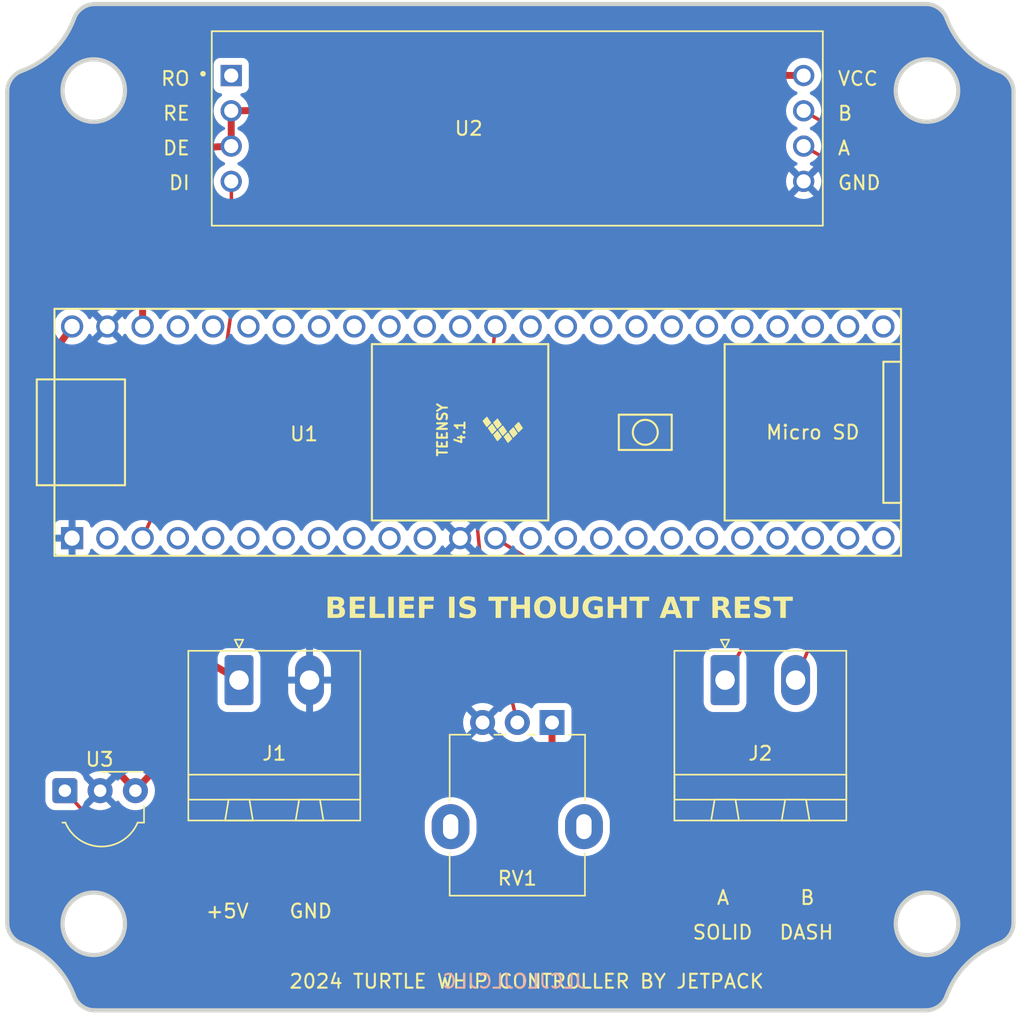
<source format=kicad_pcb>
(kicad_pcb (version 20221018) (generator pcbnew)
  (layers (0 "F.Cu" signal) (31 "B.Cu" signal) (34 "B.Paste" user) (35 "F.Paste" user) (36 "B.SilkS" user "B.Silkscreen") (37 "F.SilkS" user "F.Silkscreen") (38 "B.Mask" user) (39 "F.Mask" user) (44 "Edge.Cuts" user))
  (net 0 "")
  (net 1 "+5V")
  (net 2 "GND")
  (net 24 "/IR")
  (net 33 "/DI")
  (net 36 "/BRIGHT")
  (net 46 "+3.3V")
  (net 48 "/B")
  (net 49 "/A")
  (footprint "Joels KiCad Footprint Library:Max485-Module" (layer "F.Cu") (at 109.5 51)
    (fp_text reference "U2" (at -3.5 0) (layer "F.SilkS"))
    (fp_text value "MAX485E")
    (fp_line (start -22 -7) (end 22 -7) (stroke (width 0.127)) (layer "F.SilkS"))
    (fp_line (start -22 7) (end -22 -7) (stroke (width 0.127)) (layer "F.SilkS"))
    (fp_line (start 22 -7) (end 22 7) (stroke (width 0.127)) (layer "F.SilkS"))
    (fp_line (start 22 7) (end -22 7) (stroke (width 0.127)) (layer "F.SilkS"))
    (fp_circle (center -22.632 -3.94) (end -22.532 -3.94) (stroke (width 0.2)) (fill none) (layer "F.SilkS"))
    (pad "1" thru_hole rect (at -20.6 -3.81) (size 1.53 1.53) (drill 1.02) (layers "*.Cu" "*.Mask"))
    (pad "2" thru_hole circle (at -20.6 -1.27) (size 1.53 1.53) (drill 1.02) (layers "*.Cu" "*.Mask") (net 46 "+3.3V"))
    (pad "3" thru_hole circle (at -20.6 1.27) (size 1.53 1.53) (drill 1.02) (layers "*.Cu" "*.Mask") (net 46 "+3.3V"))
    (pad "4" thru_hole circle (at -20.6 3.81) (size 1.53 1.53) (drill 1.02) (layers "*.Cu" "*.Mask") (net 33 "/DI"))
    (pad "5" thru_hole circle (at 20.62 3.81) (size 1.53 1.53) (drill 1.02) (layers "*.Cu" "*.Mask") (net 2 "GND"))
    (pad "6" thru_hole circle (at 20.62 1.27) (size 1.53 1.53) (drill 1.02) (layers "*.Cu" "*.Mask") (net 49 "/A"))
    (pad "7" thru_hole circle (at 20.62 -1.27) (size 1.53 1.53) (drill 1.02) (layers "*.Cu" "*.Mask") (net 48 "/B"))
    (pad "8" thru_hole circle (at 20.62 -3.81) (size 1.53 1.53) (drill 1.02) (layers "*.Cu" "*.Mask") (net 46 "+3.3V"))
  )
  (footprint "Potentiometer_THT:Potentiometer_Alpha_RD901F-40-00D_Single_Vertical" (layer "F.Cu") (at 112 93.775 -90)
    (fp_text reference "RV1" (at 11.225 2.5 -180) (layer "F.SilkS"))
    (fp_text value "R_Potentiometer_US")
    (fp_line (start 0.88 -2.38) (end 5.6 -2.38) (stroke (width 0.12)) (layer "F.SilkS"))
    (fp_line (start 0.88 -1.19) (end 0.88 -2.37) (stroke (width 0.12)) (layer "F.SilkS"))
    (fp_line (start 0.88 1.71) (end 0.88 1.18) (stroke (width 0.12)) (layer "F.SilkS"))
    (fp_line (start 0.88 4.16) (end 0.88 3.33) (stroke (width 0.12)) (layer "F.SilkS"))
    (fp_line (start 0.88 7.37) (end 0.88 5.88) (stroke (width 0.12)) (layer "F.SilkS"))
    (fp_line (start 0.88 7.37) (end 5.6 7.37) (stroke (width 0.12)) (layer "F.SilkS"))
    (fp_line (start 9.41 -2.37) (end 12.47 -2.37) (stroke (width 0.12)) (layer "F.SilkS"))
    (fp_line (start 9.41 7.37) (end 12.47 7.37) (stroke (width 0.12)) (layer "F.SilkS"))
    (fp_line (start 12.47 7.37) (end 12.47 -2.37) (stroke (width 0.12)) (layer "F.SilkS"))
    (pad "" thru_hole oval (at 7.5 -2.3) (size 2.72 3.24) (drill oval 1.1 1.8) (layers "*.Cu" "*.Mask"))
    (pad "" thru_hole oval (at 7.5 7.3) (size 2.72 3.24) (drill oval 1.1 1.8) (layers "*.Cu" "*.Mask"))
    (pad "1" thru_hole rect (at 0 0) (size 1.8 1.8) (drill 1) (layers "*.Cu" "*.Mask") (net 46 "+3.3V"))
    (pad "2" thru_hole circle (at 0 2.5) (size 1.8 1.8) (drill 1) (layers "*.Cu" "*.Mask") (net 36 "/BRIGHT"))
    (pad "3" thru_hole circle (at 0 5) (size 1.8 1.8) (drill 1) (layers "*.Cu" "*.Mask") (net 2 "GND"))
  )
  (footprint "OptoDevice:Vishay_MOLD-3Pin" (layer "F.Cu") (at 76.92 98.685)
    (fp_text reference "U3" (at 2.5 -2.25 180) (layer "F.SilkS"))
    (fp_text value "TSOP341xx")
    (fp_line (start 0.04 2.3) (end -0.18 2.3) (stroke (width 0.12)) (layer "F.SilkS"))
    (fp_line (start 5.62 -1.36) (end 2.54 -1.36) (stroke (width 0.12)) (layer "F.SilkS"))
    (fp_line (start 5.7 2.3) (end 5.24 2.3) (stroke (width 0.12)) (layer "F.SilkS"))
    (fp_line (start 5.7 2.3) (end 5.7 1.1) (stroke (width 0.12)) (layer "F.SilkS"))
    (fp_arc (start 5.24 2.3) (mid 2.64 4.023119) (end 0.04 2.3) (stroke (width 0.12)) (layer "F.SilkS"))
    (pad "1" thru_hole roundrect (at 0 0) (size 1.8 1.8) (drill 0.9) (layers "*.Cu" "*.Mask") (roundrect_rratio 0.138) (net 24 "/IR"))
    (pad "2" thru_hole circle (at 2.54 0) (size 1.8 1.8) (drill 0.9) (layers "*.Cu" "*.Mask") (net 2 "GND"))
    (pad "3" thru_hole circle (at 5.08 0) (size 1.8 1.8) (drill 0.9) (layers "*.Cu" "*.Mask") (net 46 "+3.3V"))
  )
  (footprint "Connector_Phoenix_MSTB:PhoenixContact_MSTBA_2,5_2-G-5,08_1x02_P5.08mm_Horizontal" (layer "F.Cu") (at 89.46 90.7225)
    (fp_text reference "J1" (at 2.54 5.2775) (layer "F.SilkS"))
    (fp_text value "PWR")
    (fp_line (start -3.65 -2.11) (end -3.65 10.11) (stroke (width 0.12)) (layer "F.SilkS"))
    (fp_line (start -3.65 6.81) (end 8.73 6.81) (stroke (width 0.12)) (layer "F.SilkS"))
    (fp_line (start -3.65 8.61) (end -3.65 6.81) (stroke (width 0.12)) (layer "F.SilkS"))
    (fp_line (start -3.65 10.11) (end 8.73 10.11) (stroke (width 0.12)) (layer "F.SilkS"))
    (fp_line (start -1 10.11) (end 1 10.11) (stroke (width 0.12)) (layer "F.SilkS"))
    (fp_line (start -0.75 8.61) (end -1 10.11) (stroke (width 0.12)) (layer "F.SilkS"))
    (fp_line (start -0.3 -2.91) (end 0.3 -2.91) (stroke (width 0.12)) (layer "F.SilkS"))
    (fp_line (start 0 -2.31) (end -0.3 -2.91) (stroke (width 0.12)) (layer "F.SilkS"))
    (fp_line (start 0.3 -2.91) (end 0 -2.31) (stroke (width 0.12)) (layer "F.SilkS"))
    (fp_line (start 0.75 8.61) (end -0.75 8.61) (stroke (width 0.12)) (layer "F.SilkS"))
    (fp_line (start 1 10.11) (end 0.75 8.61) (stroke (width 0.12)) (layer "F.SilkS"))
    (fp_line (start 4.08 10.11) (end 6.08 10.11) (stroke (width 0.12)) (layer "F.SilkS"))
    (fp_line (start 4.33 8.61) (end 4.08 10.11) (stroke (width 0.12)) (layer "F.SilkS"))
    (fp_line (start 5.83 8.61) (end 4.33 8.61) (stroke (width 0.12)) (layer "F.SilkS"))
    (fp_line (start 6.08 10.11) (end 5.83 8.61) (stroke (width 0.12)) (layer "F.SilkS"))
    (fp_line (start 8.73 -2.11) (end -3.65 -2.11) (stroke (width 0.12)) (layer "F.SilkS"))
    (fp_line (start 8.73 6.81) (end 8.73 8.61) (stroke (width 0.12)) (layer "F.SilkS"))
    (fp_line (start 8.73 8.61) (end -3.65 8.61) (stroke (width 0.12)) (layer "F.SilkS"))
    (fp_line (start 8.73 10.11) (end 8.73 -2.11) (stroke (width 0.12)) (layer "F.SilkS"))
    (pad "1" thru_hole roundrect (at 0 0) (size 2.08 3.6) (drill 1.4) (layers "*.Cu" "*.Mask") (roundrect_rratio 0.1201918269) (net 1 "+5V"))
    (pad "2" thru_hole oval (at 5.08 0) (size 2.08 3.6) (drill 1.4) (layers "*.Cu" "*.Mask") (net 2 "GND"))
  )
  (footprint "Joels KiCad Footprint Library:Teensy41_Minimal" (layer "F.Cu") (at 106.65 72.88)
    (fp_text reference "U1" (at -12.51 0.12) (layer "F.SilkS"))
    (fp_text value "Teensy4.1_Minimal")
    (fp_text user "TEENSY" (at -2.54 -0.18 270) (layer "F.SilkS") (effects (font (size 0.7 0.7))))
    (fp_text user "Micro SD" (at 24.13 0) (layer "F.SilkS"))
    (fp_text user "4.1" (at -1.27 0 270) (layer "F.SilkS") (effects (font (size 0.7 0.7))))
    (fp_line (start -31.75 -3.81) (end -30.48 -3.81) (stroke (width 0.15)) (layer "F.SilkS"))
    (fp_line (start -31.75 3.81) (end -31.75 -3.81) (stroke (width 0.15)) (layer "F.SilkS"))
    (fp_line (start -30.48 -8.89) (end 30.48 -8.89) (stroke (width 0.15)) (layer "F.SilkS"))
    (fp_line (start -30.48 3.81) (end -31.75 3.81) (stroke (width 0.15)) (layer "F.SilkS"))
    (fp_line (start -30.48 8.89) (end -30.48 -8.89) (stroke (width 0.15)) (layer "F.SilkS"))
    (fp_line (start -25.4 -3.81) (end -30.48 -3.81) (stroke (width 0.15)) (layer "F.SilkS"))
    (fp_line (start -25.4 3.81) (end -30.48 3.81) (stroke (width 0.15)) (layer "F.SilkS"))
    (fp_line (start -25.4 3.81) (end -25.4 -3.81) (stroke (width 0.15)) (layer "F.SilkS"))
    (fp_line (start -7.62 -6.35) (end -7.62 6.35) (stroke (width 0.15)) (layer "F.SilkS"))
    (fp_line (start -7.62 6.35) (end 5.08 6.35) (stroke (width 0.15)) (layer "F.SilkS"))
    (fp_line (start 5.08 -6.35) (end -7.62 -6.35) (stroke (width 0.15)) (layer "F.SilkS"))
    (fp_line (start 5.08 6.35) (end 5.08 -6.35) (stroke (width 0.15)) (layer "F.SilkS"))
    (fp_line (start 10.16 -1.27) (end 13.97 -1.27) (stroke (width 0.15)) (layer "F.SilkS"))
    (fp_line (start 10.16 1.27) (end 10.16 -1.27) (stroke (width 0.15)) (layer "F.SilkS"))
    (fp_line (start 13.97 -1.27) (end 13.97 1.27) (stroke (width 0.15)) (layer "F.SilkS"))
    (fp_line (start 13.97 1.27) (end 10.16 1.27) (stroke (width 0.15)) (layer "F.SilkS"))
    (fp_line (start 17.78 -6.35) (end 17.78 6.35) (stroke (width 0.15)) (layer "F.SilkS"))
    (fp_line (start 17.78 6.35) (end 30.48 6.35) (stroke (width 0.15)) (layer "F.SilkS"))
    (fp_line (start 29.21 -5.08) (end 29.21 5.08) (stroke (width 0.15)) (layer "F.SilkS"))
    (fp_line (start 29.21 5.08) (end 30.48 5.08) (stroke (width 0.15)) (layer "F.SilkS"))
    (fp_line (start 30.48 -8.89) (end 30.48 8.89) (stroke (width 0.15)) (layer "F.SilkS"))
    (fp_line (start 30.48 -6.35) (end 17.78 -6.35) (stroke (width 0.15)) (layer "F.SilkS"))
    (fp_line (start 30.48 -5.08) (end 29.21 -5.08) (stroke (width 0.15)) (layer "F.SilkS"))
    (fp_line (start 30.48 8.89) (end -30.48 8.89) (stroke (width 0.15)) (layer "F.SilkS"))
    (fp_circle (center 12.065 0) (end 12.7 -0.635) (stroke (width 0.15)) (fill none) (layer "F.SilkS"))
    (fp_poly (pts (xy 0.911 -0.688) (xy 0.657 -0.434) (xy 0.403 -0.815) (xy 0.657 -1.069)) (stroke (width 0.1)) (fill solid) (layer "F.SilkS"))
    (fp_poly (pts (xy 1.292 -0.18) (xy 1.038 0.074) (xy 0.784 -0.307) (xy 1.038 -0.561)) (stroke (width 0.1)) (fill solid) (layer "F.SilkS"))
    (fp_poly (pts (xy 1.673 -0.561) (xy 1.419 -0.307) (xy 1.165 -0.688) (xy 1.419 -0.942)) (stroke (width 0.1)) (fill solid) (layer "F.SilkS"))
    (fp_poly (pts (xy 1.673 0.328) (xy 1.419 0.582) (xy 1.165 0.201) (xy 1.419 -0.053)) (stroke (width 0.1)) (fill solid) (layer "F.SilkS"))
    (fp_poly (pts (xy 2.054 -0.053) (xy 1.8 0.201) (xy 1.546 -0.18) (xy 1.8 -0.434)) (stroke (width 0.1)) (fill solid) (layer "F.SilkS"))
    (fp_poly (pts (xy 2.435 0.455) (xy 2.181 0.709) (xy 1.927 0.328) (xy 2.181 0.074)) (stroke (width 0.1)) (fill solid) (layer "F.SilkS"))
    (fp_poly (pts (xy 2.816 0.074) (xy 2.562 0.328) (xy 2.308 -0.053) (xy 2.562 -0.307)) (stroke (width 0.1)) (fill solid) (layer "F.SilkS"))
    (fp_poly (pts (xy 3.197 -0.307) (xy 2.943 -0.053) (xy 2.689 -0.434) (xy 2.943 -0.688)) (stroke (width 0.1)) (fill solid) (layer "F.SilkS"))
    (pad "1" thru_hole rect (at -29.21 7.62) (size 1.6 1.6) (drill 1.1) (layers "*.Cu" "*.Mask") (net 2 "GND"))
    (pad "2" thru_hole circle (at -26.67 7.62) (size 1.6 1.6) (drill 1.1) (layers "*.Cu" "*.Mask"))
    (pad "3" thru_hole circle (at -24.13 7.62) (size 1.6 1.6) (drill 1.1) (layers "*.Cu" "*.Mask") (net 33 "/DI"))
    (pad "4" thru_hole circle (at -21.59 7.62) (size 1.6 1.6) (drill 1.1) (layers "*.Cu" "*.Mask"))
    (pad "5" thru_hole circle (at -19.05 7.62) (size 1.6 1.6) (drill 1.1) (layers "*.Cu" "*.Mask"))
    (pad "6" thru_hole circle (at -16.51 7.62) (size 1.6 1.6) (drill 1.1) (layers "*.Cu" "*.Mask"))
    (pad "7" thru_hole circle (at -13.97 7.62) (size 1.6 1.6) (drill 1.1) (layers "*.Cu" "*.Mask"))
    (pad "8" thru_hole circle (at -11.43 7.62) (size 1.6 1.6) (drill 1.1) (layers "*.Cu" "*.Mask"))
    (pad "9" thru_hole circle (at -8.89 7.62) (size 1.6 1.6) (drill 1.1) (layers "*.Cu" "*.Mask"))
    (pad "10" thru_hole circle (at -6.35 7.62) (size 1.6 1.6) (drill 1.1) (layers "*.Cu" "*.Mask"))
    (pad "11" thru_hole circle (at -3.81 7.62) (size 1.6 1.6) (drill 1.1) (layers "*.Cu" "*.Mask"))
    (pad "12" thru_hole circle (at -1.27 7.62) (size 1.6 1.6) (drill 1.1) (layers "*.Cu" "*.Mask") (net 2 "GND"))
    (pad "13" thru_hole circle (at 1.27 7.62) (size 1.6 1.6) (drill 1.1) (layers "*.Cu" "*.Mask") (net 24 "/IR"))
    (pad "14" thru_hole circle (at 3.81 7.62) (size 1.6 1.6) (drill 1.1) (layers "*.Cu" "*.Mask"))
    (pad "15" thru_hole circle (at 6.35 7.62) (size 1.6 1.6) (drill 1.1) (layers "*.Cu" "*.Mask"))
    (pad "16" thru_hole circle (at 8.89 7.62) (size 1.6 1.6) (drill 1.1) (layers "*.Cu" "*.Mask"))
    (pad "17" thru_hole circle (at 11.43 7.62) (size 1.6 1.6) (drill 1.1) (layers "*.Cu" "*.Mask"))
    (pad "18" thru_hole circle (at 13.97 7.62) (size 1.6 1.6) (drill 1.1) (layers "*.Cu" "*.Mask"))
    (pad "19" thru_hole circle (at 16.51 7.62) (size 1.6 1.6) (drill 1.1) (layers "*.Cu" "*.Mask"))
    (pad "20" thru_hole circle (at 19.05 7.62) (size 1.6 1.6) (drill 1.1) (layers "*.Cu" "*.Mask"))
    (pad "21" thru_hole circle (at 21.59 7.62) (size 1.6 1.6) (drill 1.1) (layers "*.Cu" "*.Mask"))
    (pad "22" thru_hole circle (at 24.13 7.62) (size 1.6 1.6) (drill 1.1) (layers "*.Cu" "*.Mask"))
    (pad "23" thru_hole circle (at 26.67 7.62) (size 1.6 1.6) (drill 1.1) (layers "*.Cu" "*.Mask"))
    (pad "24" thru_hole circle (at 29.21 7.62) (size 1.6 1.6) (drill 1.1) (layers "*.Cu" "*.Mask"))
    (pad "25" thru_hole circle (at 29.21 -7.62) (size 1.6 1.6) (drill 1.1) (layers "*.Cu" "*.Mask"))
    (pad "26" thru_hole circle (at 26.67 -7.62) (size 1.6 1.6) (drill 1.1) (layers "*.Cu" "*.Mask"))
    (pad "27" thru_hole circle (at 24.13 -7.62) (size 1.6 1.6) (drill 1.1) (layers "*.Cu" "*.Mask"))
    (pad "28" thru_hole circle (at 21.59 -7.62) (size 1.6 1.6) (drill 1.1) (layers "*.Cu" "*.Mask"))
    (pad "29" thru_hole circle (at 19.05 -7.62) (size 1.6 1.6) (drill 1.1) (layers "*.Cu" "*.Mask"))
    (pad "30" thru_hole circle (at 16.51 -7.62) (size 1.6 1.6) (drill 1.1) (layers "*.Cu" "*.Mask"))
    (pad "31" thru_hole circle (at 13.97 -7.62) (size 1.6 1.6) (drill 1.1) (layers "*.Cu" "*.Mask"))
    (pad "32" thru_hole circle (at 11.43 -7.62) (size 1.6 1.6) (drill 1.1) (layers "*.Cu" "*.Mask"))
    (pad "33" thru_hole circle (at 8.89 -7.62) (size 1.6 1.6) (drill 1.1) (layers "*.Cu" "*.Mask"))
    (pad "34" thru_hole circle (at 6.35 -7.62) (size 1.6 1.6) (drill 1.1) (layers "*.Cu" "*.Mask"))
    (pad "35" thru_hole circle (at 3.81 -7.62) (size 1.6 1.6) (drill 1.1) (layers "*.Cu" "*.Mask"))
    (pad "36" thru_hole circle (at 1.27 -7.62) (size 1.6 1.6) (drill 1.1) (layers "*.Cu" "*.Mask") (net 36 "/BRIGHT"))
    (pad "37" thru_hole circle (at -1.27 -7.62) (size 1.6 1.6) (drill 1.1) (layers "*.Cu" "*.Mask"))
    (pad "38" thru_hole circle (at -3.81 -7.62) (size 1.6 1.6) (drill 1.1) (layers "*.Cu" "*.Mask"))
    (pad "39" thru_hole circle (at -6.35 -7.62) (size 1.6 1.6) (drill 1.1) (layers "*.Cu" "*.Mask"))
    (pad "40" thru_hole circle (at -8.89 -7.62) (size 1.6 1.6) (drill 1.1) (layers "*.Cu" "*.Mask"))
    (pad "41" thru_hole circle (at -11.43 -7.62) (size 1.6 1.6) (drill 1.1) (layers "*.Cu" "*.Mask"))
    (pad "42" thru_hole circle (at -13.97 -7.62) (size 1.6 1.6) (drill 1.1) (layers "*.Cu" "*.Mask"))
    (pad "43" thru_hole circle (at -16.51 -7.62) (size 1.6 1.6) (drill 1.1) (layers "*.Cu" "*.Mask"))
    (pad "44" thru_hole circle (at -19.05 -7.62) (size 1.6 1.6) (drill 1.1) (layers "*.Cu" "*.Mask"))
    (pad "45" thru_hole circle (at -21.59 -7.62) (size 1.6 1.6) (drill 1.1) (layers "*.Cu" "*.Mask"))
    (pad "46" thru_hole circle (at -24.13 -7.62) (size 1.6 1.6) (drill 1.1) (layers "*.Cu" "*.Mask") (net 46 "+3.3V"))
    (pad "47" thru_hole circle (at -26.67 -7.62) (size 1.6 1.6) (drill 1.1) (layers "*.Cu" "*.Mask") (net 2 "GND"))
    (pad "48" thru_hole circle (at -29.21 -7.62) (size 1.6 1.6) (drill 1.1) (layers "*.Cu" "*.Mask") (net 1 "+5V"))
  )
  (footprint "Connector_Phoenix_MSTB:PhoenixContact_MSTBA_2,5_2-G-5,08_1x02_P5.08mm_Horizontal" (layer "F.Cu") (at 124.46 90.7225)
    (fp_text reference "J2" (at 2.54 5.2775) (layer "F.SilkS"))
    (fp_text value "DATA")
    (fp_line (start -3.65 -2.11) (end -3.65 10.11) (stroke (width 0.12)) (layer "F.SilkS"))
    (fp_line (start -3.65 6.81) (end 8.73 6.81) (stroke (width 0.12)) (layer "F.SilkS"))
    (fp_line (start -3.65 8.61) (end -3.65 6.81) (stroke (width 0.12)) (layer "F.SilkS"))
    (fp_line (start -3.65 10.11) (end 8.73 10.11) (stroke (width 0.12)) (layer "F.SilkS"))
    (fp_line (start -1 10.11) (end 1 10.11) (stroke (width 0.12)) (layer "F.SilkS"))
    (fp_line (start -0.75 8.61) (end -1 10.11) (stroke (width 0.12)) (layer "F.SilkS"))
    (fp_line (start -0.3 -2.91) (end 0.3 -2.91) (stroke (width 0.12)) (layer "F.SilkS"))
    (fp_line (start 0 -2.31) (end -0.3 -2.91) (stroke (width 0.12)) (layer "F.SilkS"))
    (fp_line (start 0.3 -2.91) (end 0 -2.31) (stroke (width 0.12)) (layer "F.SilkS"))
    (fp_line (start 0.75 8.61) (end -0.75 8.61) (stroke (width 0.12)) (layer "F.SilkS"))
    (fp_line (start 1 10.11) (end 0.75 8.61) (stroke (width 0.12)) (layer "F.SilkS"))
    (fp_line (start 4.08 10.11) (end 6.08 10.11) (stroke (width 0.12)) (layer "F.SilkS"))
    (fp_line (start 4.33 8.61) (end 4.08 10.11) (stroke (width 0.12)) (layer "F.SilkS"))
    (fp_line (start 5.83 8.61) (end 4.33 8.61) (stroke (width 0.12)) (layer "F.SilkS"))
    (fp_line (start 6.08 10.11) (end 5.83 8.61) (stroke (width 0.12)) (layer "F.SilkS"))
    (fp_line (start 8.73 -2.11) (end -3.65 -2.11) (stroke (width 0.12)) (layer "F.SilkS"))
    (fp_line (start 8.73 6.81) (end 8.73 8.61) (stroke (width 0.12)) (layer "F.SilkS"))
    (fp_line (start 8.73 8.61) (end -3.65 8.61) (stroke (width 0.12)) (layer "F.SilkS"))
    (fp_line (start 8.73 10.11) (end 8.73 -2.11) (stroke (width 0.12)) (layer "F.SilkS"))
    (pad "1" thru_hole roundrect (at 0 0) (size 2.08 3.6) (drill 1.4) (layers "*.Cu" "*.Mask") (roundrect_rratio 0.1201918269) (net 49 "/A"))
    (pad "2" thru_hole oval (at 5.08 0) (size 2.08 3.6) (drill 1.4) (layers "*.Cu" "*.Mask") (net 48 "/B"))
  )
  (gr_arc (start 79.07628 114.5) (mid 78.167328 114.214039) (end 77.585869 113.459155) (stroke (width 0.3)) (layer "Edge.Cuts"))
  (gr_arc (start 73.810845 109.684131) (mid 73.055967 109.102662) (end 72.77 108.19372) (stroke (width 0.3)) (layer "Edge.Cuts"))
  (gr_arc (start 77.585869 43.080845) (mid 76.114353 45.384351) (end 73.810845 46.855869) (stroke (width 0.3)) (layer "Edge.Cuts"))
  (gr_circle (center 79 108.27) (end 81.25 108.27) (stroke (width 0.3)) (fill none) (layer "Edge.Cuts"))
  (gr_line (start 72.77 48.34628) (end 72.77 108.19372) (stroke (width 0.3)) (layer "Edge.Cuts"))
  (gr_line (start 145.23 108.19372) (end 145.23 48.34628) (stroke (width 0.3)) (layer "Edge.Cuts"))
  (gr_circle (center 139 48.27) (end 141.25 48.27) (stroke (width 0.3)) (fill none) (layer "Edge.Cuts"))
  (gr_arc (start 140.414131 113.459155) (mid 139.832673 114.214072) (end 138.92372 114.5) (stroke (width 0.3)) (layer "Edge.Cuts"))
  (gr_arc (start 77.585869 43.080845) (mid 78.16735 42.325993) (end 79.07628 42.04) (stroke (width 0.3)) (layer "Edge.Cuts"))
  (gr_line (start 79.07628 114.5) (end 138.92372 114.5) (stroke (width 0.3)) (layer "Edge.Cuts"))
  (gr_arc (start 144.189155 46.855869) (mid 144.944008 47.437348) (end 145.23 48.34628) (stroke (width 0.3)) (layer "Edge.Cuts"))
  (gr_arc (start 140.414131 113.459155) (mid 141.885641 111.155639) (end 144.189155 109.684131) (stroke (width 0.3)) (layer "Edge.Cuts"))
  (gr_arc (start 145.23 108.19372) (mid 144.944046 109.102677) (end 144.189155 109.684131) (stroke (width 0.3)) (layer "Edge.Cuts"))
  (gr_circle (center 79 48.27) (end 81.25 48.27) (stroke (width 0.3)) (fill none) (layer "Edge.Cuts"))
  (gr_circle (center 139 108.27) (end 141.25 108.27) (stroke (width 0.3)) (fill none) (layer "Edge.Cuts"))
  (gr_line (start 138.92372 42.04) (end 79.07628 42.04) (stroke (width 0.3)) (layer "Edge.Cuts"))
  (gr_arc (start 138.92372 42.04) (mid 139.832629 42.325991) (end 140.414131 43.080845) (stroke (width 0.3)) (layer "Edge.Cuts"))
  (gr_arc (start 73.810845 109.684131) (mid 76.114362 111.15564) (end 77.585869 113.459155) (stroke (width 0.3)) (layer "Edge.Cuts"))
  (gr_arc (start 72.77 48.34628) (mid 73.055958 47.437332) (end 73.810845 46.855869) (stroke (width 0.3)) (layer "Edge.Cuts"))
  (gr_arc (start 144.189155 46.855869) (mid 141.885651 45.384351) (end 140.414131 43.080845) (stroke (width 0.3)) (layer "Edge.Cuts"))
  (gr_text "JLCJLCJLCJLC" (at 114.5 113) (layer "B.SilkS") (effects (font (size 1 1)) (justify left bottom mirror)))
  (gr_text "DASH" (at 128.29 109.4725) (layer "F.SilkS") (effects (font (size 1 1)) (justify left bottom)))
  (gr_text "DI\n" (at 86 55.5) (layer "F.SilkS") (effects (font (size 1 1)) (justify right bottom)))
  (gr_text "DE" (at 86 53) (layer "F.SilkS") (effects (font (size 1 1)) (justify right bottom)))
  (gr_text "A" (at 132.5 53) (layer "F.SilkS") (effects (font (size 1 1)) (justify left bottom)))
  (gr_text "2024 TURTLE WHIP CONTROLLER BY JETPACK" (at 93 113) (layer "F.SilkS") (effects (font (size 1 1)) (justify left bottom)))
  (gr_text "A" (at 123.79 106.9725) (layer "F.SilkS") (effects (font (size 1 1)) (justify left bottom)))
  (gr_text "B\n" (at 129.79 106.9725) (layer "F.SilkS") (effects (font (size 1 1)) (justify left bottom)))
  (gr_text "RO" (at 86 48) (layer "F.SilkS") (effects (font (size 1 1)) (justify right bottom)))
  (gr_text "RE" (at 86 50.5) (layer "F.SilkS") (effects (font (size 1 1)) (justify right bottom)))
  (gr_text "B" (at 132.5 50.5) (layer "F.SilkS") (effects (font (size 1 1)) (justify left bottom)))
  (gr_text "GND" (at 132.5 55.5) (layer "F.SilkS") (effects (font (size 1 1)) (justify left bottom)))
  (gr_text "+5V" (at 87 107.945) (layer "F.SilkS") (effects (font (size 1 1)) (justify left bottom)))
  (gr_text "VCC" (at 132.5 48) (layer "F.SilkS") (effects (font (size 1 1)) (justify left bottom)))
  (gr_text "SOLID" (at 122.04 109.4725) (layer "F.SilkS") (effects (font (size 1 1)) (justify left bottom)))
  (gr_text "GND" (at 93 107.945) (layer "F.SilkS") (effects (font (size 1 1)) (justify left bottom)))
  (gr_text "BELIEF IS THOUGHT AT REST" (at 95.644311 86.5) (layer "F.SilkS") (effects (font (size 1.5 1.5)) (justify left bottom)))
  (segment (start 75.5 68) (end 77.44 65.26) (width 0.5) (layer "F.Cu") (net 1))
  (segment (start 75.5 82.5) (end 75.5 68) (width 0.5) (layer "F.Cu") (net 1))
  (segment (start 89.46 90.7225) (end 75.5 82.5) (width 0.5) (layer "F.Cu") (net 1))
  (segment (start 117.5 95.5) (end 117.5 86.5) (width 0.25) (layer "F.Cu") (net 24))
  (segment (start 100 101) (end 102 97.5) (width 0.25) (layer "F.Cu") (net 24))
  (segment (start 79 101) (end 100 101) (width 0.25) (layer "F.Cu") (net 24))
  (segment (start 76.92 98.685) (end 79 101) (width 0.25) (layer "F.Cu") (net 24))
  (segment (start 117.5 86.5) (end 107.92 80.5) (width 0.25) (layer "F.Cu") (net 24))
  (segment (start 116 97.5) (end 117.5 95.5) (width 0.25) (layer "F.Cu") (net 24))
  (segment (start 102 97.5) (end 116 97.5) (width 0.25) (layer "F.Cu") (net 24))
  (segment (start 89 63.5) (end 88.9 54.81) (width 0.25) (layer "F.Cu") (net 33))
  (segment (start 82.52 80.5) (end 88.5 67) (width 0.25) (layer "F.Cu") (net 33))
  (segment (start 88.5 67) (end 89 63.5) (width 0.25) (layer "F.Cu") (net 33))
  (segment (start 106.5 78.5) (end 107 83.5) (width 0.25) (layer "F.Cu") (net 36))
  (segment (start 107 83.5) (end 109.5 93.775) (width 0.25) (layer "F.Cu") (net 36))
  (segment (start 107.92 65.26) (end 106.5 78.5) (width 0.25) (layer "F.Cu") (net 36))
  (segment (start 82.52 65.26) (end 82.507797 59) (width 0.5) (layer "F.Cu") (net 46))
  (segment (start 88.9 49.73) (end 88.9 52.27) (width 0.5) (layer "F.Cu") (net 46))
  (segment (start 111.5 96.5) (end 84 96.5) (width 0.5) (layer "F.Cu") (net 46))
  (segment (start 107.5 49.5) (end 111 47) (width 0.5) (layer "F.Cu") (net 46))
  (segment (start 112 96) (end 111.5 96.5) (width 0.5) (layer "F.Cu") (net 46))
  (segment (start 111 47) (end 130.12 47.19) (width 0.5) (layer "F.Cu") (net 46))
  (segment (start 112 93.775) (end 112 96) (width 0.5) (layer "F.Cu") (net 46))
  (segment (start 88.9 49.73) (end 107.5 49.5) (width 0.5) (layer "F.Cu") (net 46))
  (segment (start 84.5 52.5) (end 88.9 52.27) (width 0.5) (layer "F.Cu") (net 46))
  (segment (start 74.5 91.5) (end 74.5 59) (width 0.5) (layer "F.Cu") (net 46))
  (segment (start 82.507797 59) (end 82.5 55) (width 0.5) (layer "F.Cu") (net 46))
  (segment (start 74.5 59) (end 82.507797 59) (width 0.5) (layer "F.Cu") (net 46))
  (segment (start 80 96.5) (end 74.5 91.5) (width 0.5) (layer "F.Cu") (net 46))
  (segment (start 84 96.5) (end 82 98.685) (width 0.5) (layer "F.Cu") (net 46))
  (segment (start 82.5 55) (end 84.5 52.5) (width 0.5) (layer "F.Cu") (net 46))
  (segment (start 82 98.685) (end 80 96.5) (width 0.5) (layer "F.Cu") (net 46))
  (segment (start 131.5 86) (end 129.54 90.7225) (width 0.25) (layer "F.Cu") (net 48))
  (segment (start 142.5 57) (end 142.5 82) (width 0.25) (layer "F.Cu") (net 48))
  (segment (start 130.12 49.73) (end 142.5 57) (width 0.25) (layer "F.Cu") (net 48))
  (segment (start 140.5 86) (end 131.5 86) (width 0.25) (layer "F.Cu") (net 48))
  (segment (start 142.5 82) (end 140.5 86) (width 0.25) (layer "F.Cu") (net 48))
  (segment (start 124.46 90.7225) (end 128 84) (width 0.25) (layer "F.Cu") (net 49))
  (segment (start 141 58.5) (end 130.12 52.27) (width 0.25) (layer "F.Cu") (net 49))
  (segment (start 128 84) (end 140 84) (width 0.25) (layer "F.Cu") (net 49))
  (segment (start 140 84) (end 141 82) (width 0.25) (layer "F.Cu") (net 49))
  (segment (start 141 82) (end 141 58.5) (width 0.25) (layer "F.Cu") (net 49))
  (zone (net 2) (net_name "GND") (layer "B.Cu") (connect_pads (clearance 0.5)) (min_thickness 0.25) (fill yes (thermal_gap 0.5) (thermal_bridge_width 0.5))
    (polygon (pts (xy 72.25 41.75) (xy 146 41.75) (xy 146 115.5) (xy 72.5 115.5)))
  )
)
</source>
